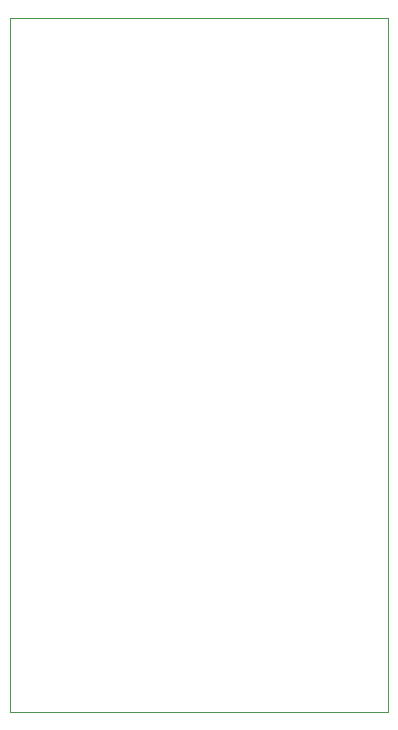
<source format=gbr>
%TF.GenerationSoftware,KiCad,Pcbnew,8.0.3*%
%TF.CreationDate,2024-11-02T12:13:14+01:00*%
%TF.ProjectId,ESP-Now-Gateway,4553502d-4e6f-4772-9d47-617465776179,rev?*%
%TF.SameCoordinates,Original*%
%TF.FileFunction,Profile,NP*%
%FSLAX46Y46*%
G04 Gerber Fmt 4.6, Leading zero omitted, Abs format (unit mm)*
G04 Created by KiCad (PCBNEW 8.0.3) date 2024-11-02 12:13:14*
%MOMM*%
%LPD*%
G01*
G04 APERTURE LIST*
%TA.AperFunction,Profile*%
%ADD10C,0.100000*%
%TD*%
G04 APERTURE END LIST*
D10*
X102250000Y-63250000D02*
X134250000Y-63250000D01*
X134250000Y-122000000D01*
X102250000Y-122000000D01*
X102250000Y-63250000D01*
M02*

</source>
